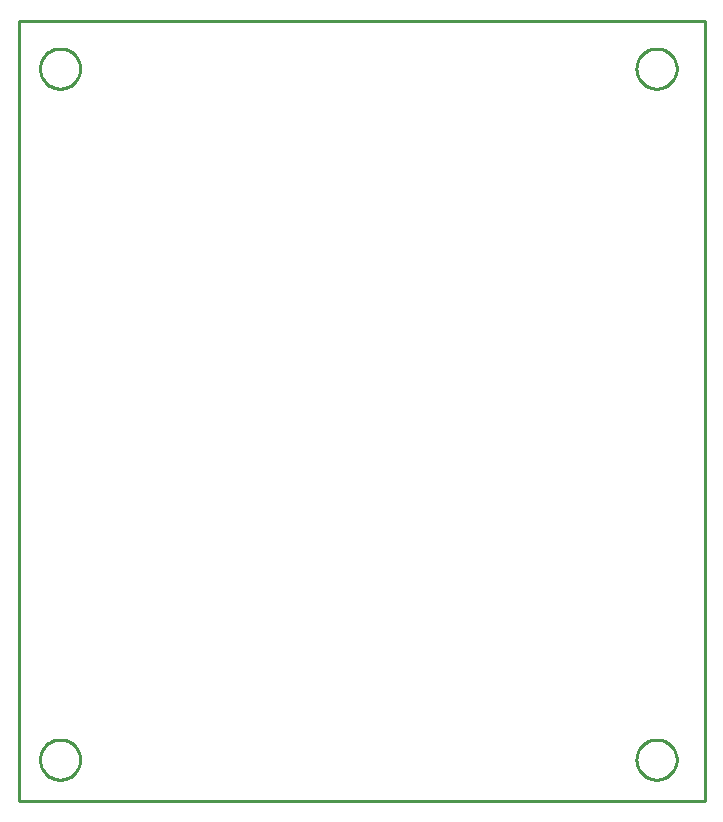
<source format=gbr>
G04 EAGLE Gerber RS-274X export*
G75*
%MOMM*%
%FSLAX34Y34*%
%LPD*%
%IN*%
%IPPOS*%
%AMOC8*
5,1,8,0,0,1.08239X$1,22.5*%
G01*
%ADD10C,0.254000*%


D10*
X0Y0D02*
X580900Y0D01*
X580900Y660300D01*
X0Y660300D01*
X0Y0D01*
X52000Y34443D02*
X51927Y33333D01*
X51782Y32229D01*
X51565Y31138D01*
X51277Y30063D01*
X50919Y29009D01*
X50493Y27980D01*
X50001Y26982D01*
X49444Y26018D01*
X48826Y25093D01*
X48148Y24210D01*
X47414Y23373D01*
X46627Y22586D01*
X45790Y21852D01*
X44907Y21174D01*
X43982Y20556D01*
X43018Y19999D01*
X42020Y19507D01*
X40991Y19081D01*
X39937Y18723D01*
X38862Y18435D01*
X37771Y18218D01*
X36667Y18073D01*
X35557Y18000D01*
X34443Y18000D01*
X33333Y18073D01*
X32229Y18218D01*
X31138Y18435D01*
X30063Y18723D01*
X29009Y19081D01*
X27980Y19507D01*
X26982Y19999D01*
X26018Y20556D01*
X25093Y21174D01*
X24210Y21852D01*
X23373Y22586D01*
X22586Y23373D01*
X21852Y24210D01*
X21174Y25093D01*
X20556Y26018D01*
X19999Y26982D01*
X19507Y27980D01*
X19081Y29009D01*
X18723Y30063D01*
X18435Y31138D01*
X18218Y32229D01*
X18073Y33333D01*
X18000Y34443D01*
X18000Y35557D01*
X18073Y36667D01*
X18218Y37771D01*
X18435Y38862D01*
X18723Y39937D01*
X19081Y40991D01*
X19507Y42020D01*
X19999Y43018D01*
X20556Y43982D01*
X21174Y44907D01*
X21852Y45790D01*
X22586Y46627D01*
X23373Y47414D01*
X24210Y48148D01*
X25093Y48826D01*
X26018Y49444D01*
X26982Y50001D01*
X27980Y50493D01*
X29009Y50919D01*
X30063Y51277D01*
X31138Y51565D01*
X32229Y51782D01*
X33333Y51927D01*
X34443Y52000D01*
X35557Y52000D01*
X36667Y51927D01*
X37771Y51782D01*
X38862Y51565D01*
X39937Y51277D01*
X40991Y50919D01*
X42020Y50493D01*
X43018Y50001D01*
X43982Y49444D01*
X44907Y48826D01*
X45790Y48148D01*
X46627Y47414D01*
X47414Y46627D01*
X48148Y45790D01*
X48826Y44907D01*
X49444Y43982D01*
X50001Y43018D01*
X50493Y42020D01*
X50919Y40991D01*
X51277Y39937D01*
X51565Y38862D01*
X51782Y37771D01*
X51927Y36667D01*
X52000Y35557D01*
X52000Y34443D01*
X557000Y34443D02*
X556927Y33333D01*
X556782Y32229D01*
X556565Y31138D01*
X556277Y30063D01*
X555919Y29009D01*
X555493Y27980D01*
X555001Y26982D01*
X554444Y26018D01*
X553826Y25093D01*
X553148Y24210D01*
X552414Y23373D01*
X551627Y22586D01*
X550790Y21852D01*
X549907Y21174D01*
X548982Y20556D01*
X548018Y19999D01*
X547020Y19507D01*
X545991Y19081D01*
X544937Y18723D01*
X543862Y18435D01*
X542771Y18218D01*
X541667Y18073D01*
X540557Y18000D01*
X539443Y18000D01*
X538333Y18073D01*
X537229Y18218D01*
X536138Y18435D01*
X535063Y18723D01*
X534009Y19081D01*
X532980Y19507D01*
X531982Y19999D01*
X531018Y20556D01*
X530093Y21174D01*
X529210Y21852D01*
X528373Y22586D01*
X527586Y23373D01*
X526852Y24210D01*
X526174Y25093D01*
X525556Y26018D01*
X524999Y26982D01*
X524507Y27980D01*
X524081Y29009D01*
X523723Y30063D01*
X523435Y31138D01*
X523218Y32229D01*
X523073Y33333D01*
X523000Y34443D01*
X523000Y35557D01*
X523073Y36667D01*
X523218Y37771D01*
X523435Y38862D01*
X523723Y39937D01*
X524081Y40991D01*
X524507Y42020D01*
X524999Y43018D01*
X525556Y43982D01*
X526174Y44907D01*
X526852Y45790D01*
X527586Y46627D01*
X528373Y47414D01*
X529210Y48148D01*
X530093Y48826D01*
X531018Y49444D01*
X531982Y50001D01*
X532980Y50493D01*
X534009Y50919D01*
X535063Y51277D01*
X536138Y51565D01*
X537229Y51782D01*
X538333Y51927D01*
X539443Y52000D01*
X540557Y52000D01*
X541667Y51927D01*
X542771Y51782D01*
X543862Y51565D01*
X544937Y51277D01*
X545991Y50919D01*
X547020Y50493D01*
X548018Y50001D01*
X548982Y49444D01*
X549907Y48826D01*
X550790Y48148D01*
X551627Y47414D01*
X552414Y46627D01*
X553148Y45790D01*
X553826Y44907D01*
X554444Y43982D01*
X555001Y43018D01*
X555493Y42020D01*
X555919Y40991D01*
X556277Y39937D01*
X556565Y38862D01*
X556782Y37771D01*
X556927Y36667D01*
X557000Y35557D01*
X557000Y34443D01*
X557000Y619443D02*
X556927Y618333D01*
X556782Y617229D01*
X556565Y616138D01*
X556277Y615063D01*
X555919Y614009D01*
X555493Y612980D01*
X555001Y611982D01*
X554444Y611018D01*
X553826Y610093D01*
X553148Y609210D01*
X552414Y608373D01*
X551627Y607586D01*
X550790Y606852D01*
X549907Y606174D01*
X548982Y605556D01*
X548018Y604999D01*
X547020Y604507D01*
X545991Y604081D01*
X544937Y603723D01*
X543862Y603435D01*
X542771Y603218D01*
X541667Y603073D01*
X540557Y603000D01*
X539443Y603000D01*
X538333Y603073D01*
X537229Y603218D01*
X536138Y603435D01*
X535063Y603723D01*
X534009Y604081D01*
X532980Y604507D01*
X531982Y604999D01*
X531018Y605556D01*
X530093Y606174D01*
X529210Y606852D01*
X528373Y607586D01*
X527586Y608373D01*
X526852Y609210D01*
X526174Y610093D01*
X525556Y611018D01*
X524999Y611982D01*
X524507Y612980D01*
X524081Y614009D01*
X523723Y615063D01*
X523435Y616138D01*
X523218Y617229D01*
X523073Y618333D01*
X523000Y619443D01*
X523000Y620557D01*
X523073Y621667D01*
X523218Y622771D01*
X523435Y623862D01*
X523723Y624937D01*
X524081Y625991D01*
X524507Y627020D01*
X524999Y628018D01*
X525556Y628982D01*
X526174Y629907D01*
X526852Y630790D01*
X527586Y631627D01*
X528373Y632414D01*
X529210Y633148D01*
X530093Y633826D01*
X531018Y634444D01*
X531982Y635001D01*
X532980Y635493D01*
X534009Y635919D01*
X535063Y636277D01*
X536138Y636565D01*
X537229Y636782D01*
X538333Y636927D01*
X539443Y637000D01*
X540557Y637000D01*
X541667Y636927D01*
X542771Y636782D01*
X543862Y636565D01*
X544937Y636277D01*
X545991Y635919D01*
X547020Y635493D01*
X548018Y635001D01*
X548982Y634444D01*
X549907Y633826D01*
X550790Y633148D01*
X551627Y632414D01*
X552414Y631627D01*
X553148Y630790D01*
X553826Y629907D01*
X554444Y628982D01*
X555001Y628018D01*
X555493Y627020D01*
X555919Y625991D01*
X556277Y624937D01*
X556565Y623862D01*
X556782Y622771D01*
X556927Y621667D01*
X557000Y620557D01*
X557000Y619443D01*
X52000Y619443D02*
X51927Y618333D01*
X51782Y617229D01*
X51565Y616138D01*
X51277Y615063D01*
X50919Y614009D01*
X50493Y612980D01*
X50001Y611982D01*
X49444Y611018D01*
X48826Y610093D01*
X48148Y609210D01*
X47414Y608373D01*
X46627Y607586D01*
X45790Y606852D01*
X44907Y606174D01*
X43982Y605556D01*
X43018Y604999D01*
X42020Y604507D01*
X40991Y604081D01*
X39937Y603723D01*
X38862Y603435D01*
X37771Y603218D01*
X36667Y603073D01*
X35557Y603000D01*
X34443Y603000D01*
X33333Y603073D01*
X32229Y603218D01*
X31138Y603435D01*
X30063Y603723D01*
X29009Y604081D01*
X27980Y604507D01*
X26982Y604999D01*
X26018Y605556D01*
X25093Y606174D01*
X24210Y606852D01*
X23373Y607586D01*
X22586Y608373D01*
X21852Y609210D01*
X21174Y610093D01*
X20556Y611018D01*
X19999Y611982D01*
X19507Y612980D01*
X19081Y614009D01*
X18723Y615063D01*
X18435Y616138D01*
X18218Y617229D01*
X18073Y618333D01*
X18000Y619443D01*
X18000Y620557D01*
X18073Y621667D01*
X18218Y622771D01*
X18435Y623862D01*
X18723Y624937D01*
X19081Y625991D01*
X19507Y627020D01*
X19999Y628018D01*
X20556Y628982D01*
X21174Y629907D01*
X21852Y630790D01*
X22586Y631627D01*
X23373Y632414D01*
X24210Y633148D01*
X25093Y633826D01*
X26018Y634444D01*
X26982Y635001D01*
X27980Y635493D01*
X29009Y635919D01*
X30063Y636277D01*
X31138Y636565D01*
X32229Y636782D01*
X33333Y636927D01*
X34443Y637000D01*
X35557Y637000D01*
X36667Y636927D01*
X37771Y636782D01*
X38862Y636565D01*
X39937Y636277D01*
X40991Y635919D01*
X42020Y635493D01*
X43018Y635001D01*
X43982Y634444D01*
X44907Y633826D01*
X45790Y633148D01*
X46627Y632414D01*
X47414Y631627D01*
X48148Y630790D01*
X48826Y629907D01*
X49444Y628982D01*
X50001Y628018D01*
X50493Y627020D01*
X50919Y625991D01*
X51277Y624937D01*
X51565Y623862D01*
X51782Y622771D01*
X51927Y621667D01*
X52000Y620557D01*
X52000Y619443D01*
M02*

</source>
